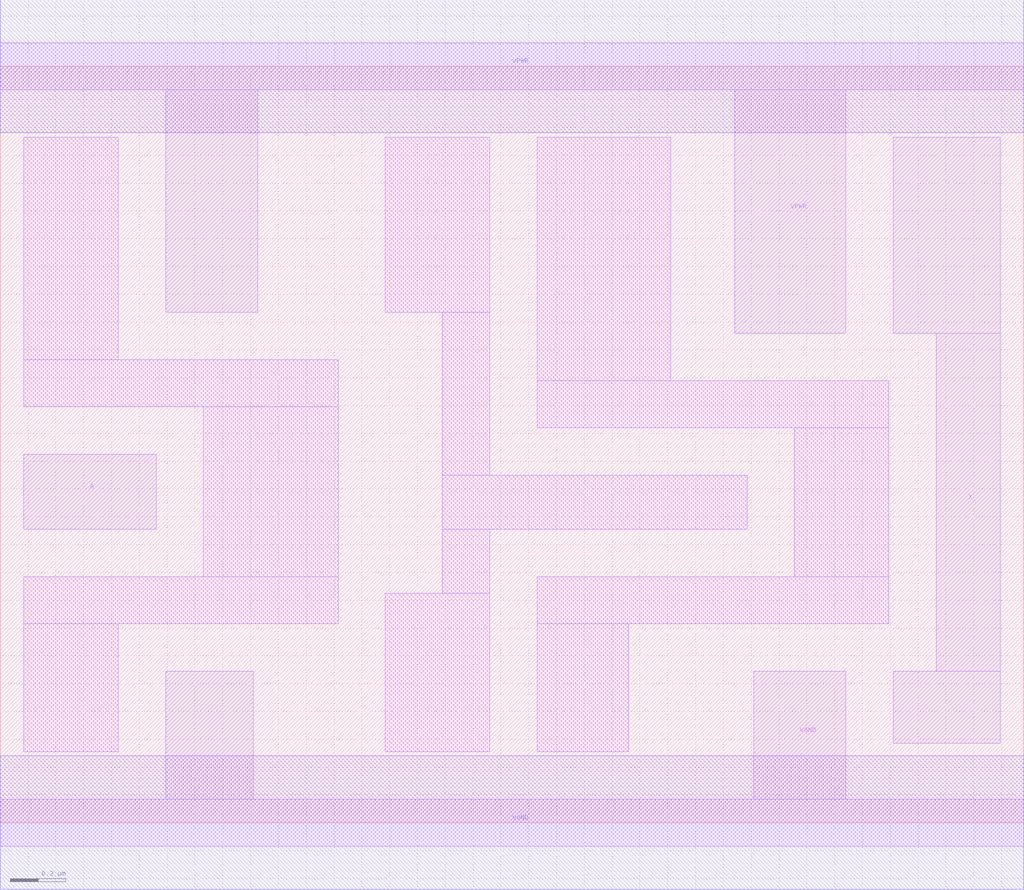
<source format=lef>
# Copyright 2020 The SkyWater PDK Authors
#
# Licensed under the Apache License, Version 2.0 (the "License");
# you may not use this file except in compliance with the License.
# You may obtain a copy of the License at
#
#     https://www.apache.org/licenses/LICENSE-2.0
#
# Unless required by applicable law or agreed to in writing, software
# distributed under the License is distributed on an "AS IS" BASIS,
# WITHOUT WARRANTIES OR CONDITIONS OF ANY KIND, either express or implied.
# See the License for the specific language governing permissions and
# limitations under the License.
#
# SPDX-License-Identifier: Apache-2.0

VERSION 5.5 ;
NAMESCASESENSITIVE ON ;
BUSBITCHARS "[]" ;
DIVIDERCHAR "/" ;
MACRO sky130_fd_sc_hd__clkdlybuf4s15_1
  CLASS CORE ;
  SOURCE USER ;
  ORIGIN  0.000000  0.000000 ;
  SIZE  3.680000 BY  2.720000 ;
  SYMMETRY X Y R90 ;
  SITE unithd ;
  PIN A
    ANTENNAGATEAREA  0.213000 ;
    DIRECTION INPUT ;
    USE SIGNAL ;
    PORT
      LAYER li1 ;
        RECT 0.085000 1.055000 0.560000 1.325000 ;
    END
  END A
  PIN X
    ANTENNADIFFAREA  0.376300 ;
    DIRECTION OUTPUT ;
    USE SIGNAL ;
    PORT
      LAYER li1 ;
        RECT 3.210000 0.285000 3.595000 0.545000 ;
        RECT 3.210000 1.760000 3.595000 2.465000 ;
        RECT 3.365000 0.545000 3.595000 1.760000 ;
    END
  END X
  PIN VGND
    DIRECTION INOUT ;
    SHAPE ABUTMENT ;
    USE GROUND ;
    PORT
      LAYER li1 ;
        RECT 0.000000 -0.085000 3.680000 0.085000 ;
        RECT 0.595000  0.085000 0.910000 0.545000 ;
        RECT 2.710000  0.085000 3.040000 0.545000 ;
    END
    PORT
      LAYER met1 ;
        RECT 0.000000 -0.240000 3.680000 0.240000 ;
    END
  END VGND
  PIN VPWR
    DIRECTION INOUT ;
    SHAPE ABUTMENT ;
    USE POWER ;
    PORT
      LAYER li1 ;
        RECT 0.000000 2.635000 3.680000 2.805000 ;
        RECT 0.595000 1.835000 0.925000 2.635000 ;
        RECT 2.640000 1.760000 3.040000 2.635000 ;
    END
    PORT
      LAYER met1 ;
        RECT 0.000000 2.480000 3.680000 2.960000 ;
    END
  END VPWR
  OBS
    LAYER li1 ;
      RECT 0.085000 0.255000 0.425000 0.715000 ;
      RECT 0.085000 0.715000 1.215000 0.885000 ;
      RECT 0.085000 1.495000 1.215000 1.665000 ;
      RECT 0.085000 1.665000 0.425000 2.465000 ;
      RECT 0.730000 0.885000 1.215000 1.495000 ;
      RECT 1.385000 0.255000 1.760000 0.825000 ;
      RECT 1.385000 1.835000 1.760000 2.465000 ;
      RECT 1.590000 0.825000 1.760000 1.055000 ;
      RECT 1.590000 1.055000 2.685000 1.250000 ;
      RECT 1.590000 1.250000 1.760000 1.835000 ;
      RECT 1.930000 0.255000 2.260000 0.715000 ;
      RECT 1.930000 0.715000 3.195000 0.885000 ;
      RECT 1.930000 1.420000 3.195000 1.590000 ;
      RECT 1.930000 1.590000 2.410000 2.465000 ;
      RECT 2.855000 0.885000 3.195000 1.420000 ;
  END
END sky130_fd_sc_hd__clkdlybuf4s15_1

</source>
